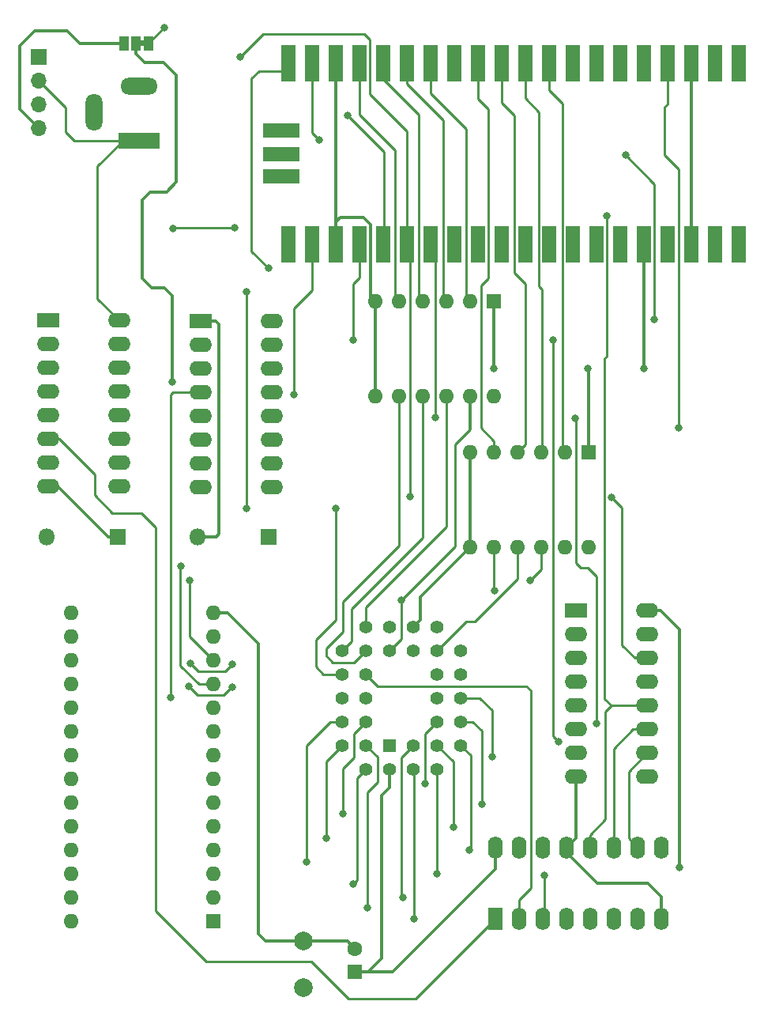
<source format=gbr>
%TF.GenerationSoftware,KiCad,Pcbnew,5.1.12-84ad8e8a86~92~ubuntu18.04.1*%
%TF.CreationDate,2023-06-26T22:09:47+02:00*%
%TF.ProjectId,PROGRAMMER-GLS27SF512,50524f47-5241-44d4-9d45-522d474c5332,1*%
%TF.SameCoordinates,Original*%
%TF.FileFunction,Copper,L2,Bot*%
%TF.FilePolarity,Positive*%
%FSLAX46Y46*%
G04 Gerber Fmt 4.6, Leading zero omitted, Abs format (unit mm)*
G04 Created by KiCad (PCBNEW 5.1.12-84ad8e8a86~92~ubuntu18.04.1) date 2023-06-26 22:09:47*
%MOMM*%
%LPD*%
G01*
G04 APERTURE LIST*
%TA.AperFunction,EtchedComponent*%
%ADD10C,0.100000*%
%TD*%
%TA.AperFunction,SMDPad,CuDef*%
%ADD11R,1.000000X1.500000*%
%TD*%
%TA.AperFunction,ComponentPad*%
%ADD12O,1.600000X1.600000*%
%TD*%
%TA.AperFunction,ComponentPad*%
%ADD13R,1.600000X1.600000*%
%TD*%
%TA.AperFunction,ComponentPad*%
%ADD14C,2.000000*%
%TD*%
%TA.AperFunction,ComponentPad*%
%ADD15C,1.600000*%
%TD*%
%TA.AperFunction,ComponentPad*%
%ADD16C,1.422400*%
%TD*%
%TA.AperFunction,ComponentPad*%
%ADD17R,1.422400X1.422400*%
%TD*%
%TA.AperFunction,ComponentPad*%
%ADD18R,1.800000X1.800000*%
%TD*%
%TA.AperFunction,ComponentPad*%
%ADD19O,1.800000X1.800000*%
%TD*%
%TA.AperFunction,ComponentPad*%
%ADD20O,1.800000X4.000000*%
%TD*%
%TA.AperFunction,ComponentPad*%
%ADD21O,4.000000X1.800000*%
%TD*%
%TA.AperFunction,ComponentPad*%
%ADD22R,4.400000X1.800000*%
%TD*%
%TA.AperFunction,ComponentPad*%
%ADD23R,1.700000X1.700000*%
%TD*%
%TA.AperFunction,ComponentPad*%
%ADD24O,1.700000X1.700000*%
%TD*%
%TA.AperFunction,ComponentPad*%
%ADD25R,2.400000X1.600000*%
%TD*%
%TA.AperFunction,ComponentPad*%
%ADD26O,2.400000X1.600000*%
%TD*%
%TA.AperFunction,ComponentPad*%
%ADD27R,1.524000X3.990000*%
%TD*%
%TA.AperFunction,ComponentPad*%
%ADD28R,3.990000X1.524000*%
%TD*%
%TA.AperFunction,ComponentPad*%
%ADD29O,1.600000X2.400000*%
%TD*%
%TA.AperFunction,ComponentPad*%
%ADD30R,1.600000X2.400000*%
%TD*%
%TA.AperFunction,ViaPad*%
%ADD31C,0.800000*%
%TD*%
%TA.AperFunction,Conductor*%
%ADD32C,0.350000*%
%TD*%
%TA.AperFunction,Conductor*%
%ADD33C,0.250000*%
%TD*%
G04 APERTURE END LIST*
D10*
%TO.C,JP101*%
G36*
X77959000Y-57739000D02*
G01*
X77459000Y-57739000D01*
X77459000Y-58339000D01*
X77959000Y-58339000D01*
X77959000Y-57739000D01*
G37*
%TD*%
D11*
%TO.P,JP101,2*%
%TO.N,+5V*%
X77059000Y-58039000D03*
%TO.P,JP101,3*%
%TO.N,+5F*%
X75759000Y-58039000D03*
%TO.P,JP101,1*%
%TO.N,/VUSB*%
X78359000Y-58039000D03*
%TD*%
D12*
%TO.P,U108,10*%
%TO.N,/dd2*%
X120472200Y-111963200D03*
%TO.P,U108,9*%
%TO.N,/dd3*%
X117932200Y-111963200D03*
%TO.P,U108,8*%
%TO.N,/dd4*%
X115392200Y-111963200D03*
%TO.P,U108,7*%
%TO.N,GND*%
X112852200Y-111963200D03*
%TO.P,U108,6*%
X112852200Y-101803200D03*
%TO.P,U108,5*%
%TO.N,/d4*%
X115392200Y-101803200D03*
%TO.P,U108,4*%
%TO.N,/d3*%
X117932200Y-101803200D03*
%TO.P,U108,3*%
%TO.N,/d2*%
X120472200Y-101803200D03*
%TO.P,U108,12*%
%TO.N,+5V*%
X125552200Y-111963200D03*
%TO.P,U108,2*%
%TO.N,/d1*%
X123012200Y-101803200D03*
%TO.P,U108,11*%
%TO.N,/dd1*%
X123012200Y-111963200D03*
D13*
%TO.P,U108,1*%
%TO.N,+3V3*%
X125552200Y-101803200D03*
%TD*%
D12*
%TO.P,U104,10*%
%TO.N,/dd6*%
X110312200Y-95808800D03*
%TO.P,U104,9*%
%TO.N,/dd7*%
X107772200Y-95808800D03*
%TO.P,U104,8*%
%TO.N,/dd8*%
X105232200Y-95808800D03*
%TO.P,U104,7*%
%TO.N,GND*%
X102692200Y-95808800D03*
%TO.P,U104,6*%
X102692200Y-85648800D03*
%TO.P,U104,5*%
%TO.N,/d8*%
X105232200Y-85648800D03*
%TO.P,U104,4*%
%TO.N,/d7*%
X107772200Y-85648800D03*
%TO.P,U104,3*%
%TO.N,/d6*%
X110312200Y-85648800D03*
%TO.P,U104,12*%
%TO.N,+5V*%
X115392200Y-95808800D03*
%TO.P,U104,2*%
%TO.N,/d5*%
X112852200Y-85648800D03*
%TO.P,U104,11*%
%TO.N,/dd5*%
X112852200Y-95808800D03*
D13*
%TO.P,U104,1*%
%TO.N,+3V3*%
X115392200Y-85648800D03*
%TD*%
D14*
%TO.P,C102,2*%
%TO.N,+5V*%
X94970600Y-159152600D03*
%TO.P,C102,1*%
%TO.N,GND*%
X94970600Y-154152600D03*
%TD*%
D15*
%TO.P,C101,2*%
%TO.N,GND*%
X100507800Y-154980000D03*
D13*
%TO.P,C101,1*%
%TO.N,+5V*%
X100507800Y-157480000D03*
%TD*%
D16*
%TO.P,U105,29*%
%TO.N,/a8*%
X99161600Y-133197600D03*
%TO.P,U105,27*%
%TO.N,/a11*%
X99161600Y-130657600D03*
%TO.P,U105,25*%
%TO.N,/_oe_vpp*%
X99161600Y-128117600D03*
%TO.P,U105,23*%
%TO.N,_ce_rom*%
X99161600Y-125577600D03*
%TO.P,U105,28*%
%TO.N,/a9_vpp*%
X101701600Y-130657600D03*
%TO.P,U105,26*%
%TO.N,Net-(U105-Pad26)*%
X101701600Y-128117600D03*
%TO.P,U105,24*%
%TO.N,/a10*%
X101701600Y-125577600D03*
%TO.P,U105,22*%
%TO.N,/dd8*%
X101701600Y-123037600D03*
%TO.P,U105,20*%
%TO.N,/dd6*%
X101701600Y-120497600D03*
%TO.P,U105,18*%
%TO.N,/dd4*%
X104241600Y-120497600D03*
%TO.P,U105,16*%
%TO.N,GND*%
X106781600Y-120497600D03*
%TO.P,U105,14*%
%TO.N,/dd2*%
X109321600Y-120497600D03*
%TO.P,U105,21*%
%TO.N,/dd7*%
X99161600Y-123037600D03*
%TO.P,U105,19*%
%TO.N,/dd5*%
X104241600Y-123037600D03*
%TO.P,U105,17*%
%TO.N,Net-(U105-Pad17)*%
X106781600Y-123037600D03*
%TO.P,U105,15*%
%TO.N,/dd3*%
X109321600Y-123037600D03*
%TO.P,U105,13*%
%TO.N,/dd1*%
X111861600Y-123037600D03*
%TO.P,U105,11*%
%TO.N,/a0*%
X111861600Y-125577600D03*
%TO.P,U105,9*%
%TO.N,/a2*%
X111861600Y-128117600D03*
%TO.P,U105,7*%
%TO.N,/a4*%
X111861600Y-130657600D03*
%TO.P,U105,5*%
%TO.N,/a6*%
X111861600Y-133197600D03*
%TO.P,U105,12*%
%TO.N,Net-(U105-Pad12)*%
X109321600Y-125577600D03*
%TO.P,U105,10*%
%TO.N,/a1*%
X109321600Y-128117600D03*
%TO.P,U105,8*%
%TO.N,/a3*%
X109321600Y-130657600D03*
%TO.P,U105,6*%
%TO.N,/a5*%
X109321600Y-133197600D03*
%TO.P,U105,30*%
%TO.N,/a13*%
X101701600Y-135737600D03*
%TO.P,U105,32*%
%TO.N,+5V*%
X104241600Y-135737600D03*
%TO.P,U105,4*%
%TO.N,/a7*%
X109321600Y-135737600D03*
%TO.P,U105,2*%
%TO.N,/a15*%
X106781600Y-135737600D03*
%TO.P,U105,31*%
%TO.N,/a14*%
X101701600Y-133197600D03*
%TO.P,U105,3*%
%TO.N,/a12*%
X106781600Y-133197600D03*
D17*
%TO.P,U105,1*%
%TO.N,Net-(U105-Pad1)*%
X104241600Y-133197600D03*
%TD*%
D18*
%TO.P,D105,1*%
%TO.N,+12V*%
X75082400Y-110845600D03*
D19*
%TO.P,D105,2*%
%TO.N,Net-(D105-Pad2)*%
X67462400Y-110845600D03*
%TD*%
%TO.P,D106,2*%
%TO.N,Net-(D106-Pad2)*%
X83642200Y-110871000D03*
D18*
%TO.P,D106,1*%
%TO.N,+12V*%
X91262200Y-110871000D03*
%TD*%
D20*
%TO.P,J101,3*%
%TO.N,N/C*%
X72568400Y-65427600D03*
D21*
%TO.P,J101,2*%
%TO.N,GND*%
X77368400Y-62627600D03*
D22*
%TO.P,J101,1*%
%TO.N,+12V*%
X77368400Y-68427600D03*
%TD*%
D23*
%TO.P,J102,1*%
%TO.N,Net-(J102-Pad1)*%
X66624200Y-59461400D03*
D24*
%TO.P,J102,2*%
%TO.N,+12V*%
X66624200Y-62001400D03*
%TO.P,J102,3*%
%TO.N,GND*%
X66624200Y-64541400D03*
%TO.P,J102,4*%
%TO.N,+5F*%
X66624200Y-67081400D03*
%TD*%
D25*
%TO.P,K101,1*%
%TO.N,Net-(D105-Pad2)*%
X67614800Y-87706200D03*
D26*
%TO.P,K101,9*%
%TO.N,Net-(K101-Pad9)*%
X75234800Y-105486200D03*
%TO.P,K101,2*%
%TO.N,N/C*%
X67614800Y-90246200D03*
%TO.P,K101,10*%
X75234800Y-102946200D03*
%TO.P,K101,3*%
X67614800Y-92786200D03*
%TO.P,K101,11*%
%TO.N,Net-(K101-Pad11)*%
X75234800Y-100406200D03*
%TO.P,K101,4*%
%TO.N,/a9_vpp*%
X67614800Y-95326200D03*
%TO.P,K101,12*%
%TO.N,N/C*%
X75234800Y-97866200D03*
%TO.P,K101,5*%
X67614800Y-97866200D03*
%TO.P,K101,13*%
%TO.N,Net-(K101-Pad13)*%
X75234800Y-95326200D03*
%TO.P,K101,6*%
%TO.N,/a9*%
X67614800Y-100406200D03*
%TO.P,K101,14*%
%TO.N,N/C*%
X75234800Y-92786200D03*
%TO.P,K101,7*%
X67614800Y-102946200D03*
%TO.P,K101,15*%
X75234800Y-90246200D03*
%TO.P,K101,8*%
%TO.N,+12V*%
X67614800Y-105486200D03*
%TO.P,K101,16*%
X75234800Y-87706200D03*
%TD*%
%TO.P,K102,16*%
%TO.N,+12V*%
X91592400Y-87757000D03*
%TO.P,K102,8*%
X83972400Y-105537000D03*
%TO.P,K102,15*%
%TO.N,N/C*%
X91592400Y-90297000D03*
%TO.P,K102,7*%
X83972400Y-102997000D03*
%TO.P,K102,14*%
X91592400Y-92837000D03*
%TO.P,K102,6*%
%TO.N,_oe_rom*%
X83972400Y-100457000D03*
%TO.P,K102,13*%
%TO.N,Net-(K102-Pad13)*%
X91592400Y-95377000D03*
%TO.P,K102,5*%
%TO.N,N/C*%
X83972400Y-97917000D03*
%TO.P,K102,12*%
X91592400Y-97917000D03*
%TO.P,K102,4*%
%TO.N,/_oe_vpp*%
X83972400Y-95377000D03*
%TO.P,K102,11*%
%TO.N,Net-(K102-Pad11)*%
X91592400Y-100457000D03*
%TO.P,K102,3*%
%TO.N,N/C*%
X83972400Y-92837000D03*
%TO.P,K102,10*%
X91592400Y-102997000D03*
%TO.P,K102,2*%
X83972400Y-90297000D03*
%TO.P,K102,9*%
%TO.N,Net-(K102-Pad9)*%
X91592400Y-105537000D03*
D25*
%TO.P,K102,1*%
%TO.N,Net-(D106-Pad2)*%
X83972400Y-87757000D03*
%TD*%
D27*
%TO.P,U101,1*%
%TO.N,Net-(U101-Pad1)*%
X141630400Y-60195400D03*
%TO.P,U101,2*%
%TO.N,Net-(U101-Pad2)*%
X139090400Y-60195400D03*
%TO.P,U101,3*%
%TO.N,GND*%
X136550400Y-60195400D03*
%TO.P,U101,4*%
%TO.N,Net-(R103-Pad1)*%
X134010400Y-60195400D03*
%TO.P,U101,5*%
%TO.N,Net-(U101-Pad5)*%
X131470400Y-60195400D03*
%TO.P,U101,6*%
%TO.N,Net-(U101-Pad6)*%
X128930400Y-60195400D03*
%TO.P,U101,7*%
%TO.N,Net-(U101-Pad7)*%
X126390400Y-60195400D03*
%TO.P,U101,8*%
%TO.N,GND*%
X123850400Y-60195400D03*
%TO.P,U101,9*%
%TO.N,/d1*%
X121310400Y-60195400D03*
%TO.P,U101,10*%
%TO.N,/d2*%
X118770400Y-60195400D03*
%TO.P,U101,11*%
%TO.N,/d3*%
X116230400Y-60195400D03*
%TO.P,U101,12*%
%TO.N,/d4*%
X113690400Y-60195400D03*
%TO.P,U101,13*%
%TO.N,GND*%
X111150400Y-60195400D03*
%TO.P,U101,14*%
%TO.N,/d5*%
X108610400Y-60195400D03*
%TO.P,U101,15*%
%TO.N,/d6*%
X106070400Y-60195400D03*
%TO.P,U101,16*%
%TO.N,/d7*%
X103530400Y-60195400D03*
%TO.P,U101,17*%
%TO.N,/d8*%
X100990400Y-60195400D03*
%TO.P,U101,18*%
%TO.N,GND*%
X98450400Y-60195400D03*
%TO.P,U101,19*%
%TO.N,/prog_a9*%
X95910400Y-60195400D03*
%TO.P,U101,20*%
%TO.N,/prog_oe*%
X93370400Y-60195400D03*
%TO.P,U101,21*%
%TO.N,Net-(R113-Pad2)*%
X93370400Y-79555400D03*
%TO.P,U101,22*%
%TO.N,Net-(R114-Pad2)*%
X95910400Y-79555400D03*
%TO.P,U101,23*%
%TO.N,GND*%
X98450400Y-79555400D03*
%TO.P,U101,24*%
%TO.N,Net-(R110-Pad2)*%
X100990400Y-79555400D03*
%TO.P,U101,25*%
%TO.N,Net-(R111-Pad1)*%
X103530400Y-79555400D03*
%TO.P,U101,26*%
%TO.N,Net-(R106-Pad1)*%
X106070400Y-79555400D03*
%TO.P,U101,27*%
%TO.N,Net-(R108-Pad1)*%
X108610400Y-79555400D03*
%TO.P,U101,28*%
%TO.N,GND*%
X111150400Y-79555400D03*
%TO.P,U101,29*%
%TO.N,Net-(U101-Pad29)*%
X113690400Y-79555400D03*
%TO.P,U101,30*%
%TO.N,Net-(SW101-Pad1)*%
X116230400Y-79555400D03*
%TO.P,U101,31*%
%TO.N,Net-(U101-Pad31)*%
X118770400Y-79555400D03*
%TO.P,U101,32*%
%TO.N,Net-(U101-Pad32)*%
X121310400Y-79555400D03*
%TO.P,U101,33*%
%TO.N,Net-(U101-Pad33)*%
X123850400Y-79555400D03*
%TO.P,U101,34*%
%TO.N,Net-(U101-Pad34)*%
X126390400Y-79555400D03*
%TO.P,U101,35*%
%TO.N,Net-(U101-Pad35)*%
X128930400Y-79555400D03*
%TO.P,U101,36*%
%TO.N,+3V3*%
X131470400Y-79555400D03*
%TO.P,U101,37*%
%TO.N,Net-(U101-Pad37)*%
X134010400Y-79555400D03*
%TO.P,U101,38*%
%TO.N,GND*%
X136550400Y-79555400D03*
%TO.P,U101,39*%
%TO.N,Net-(D104-Pad1)*%
X139090400Y-79555400D03*
%TO.P,U101,40*%
%TO.N,/VUSB*%
X141630400Y-79555400D03*
D28*
%TO.P,U101,41*%
%TO.N,Net-(U101-Pad41)*%
X92580400Y-67335400D03*
%TO.P,U101,42*%
%TO.N,GND*%
X92580400Y-69875400D03*
%TO.P,U101,43*%
%TO.N,Net-(U101-Pad43)*%
X92580400Y-72288400D03*
%TD*%
D25*
%TO.P,U102,1*%
%TO.N,/a1*%
X124206000Y-118795800D03*
D26*
%TO.P,U102,9*%
%TO.N,Net-(U102-Pad9)*%
X131826000Y-136575800D03*
%TO.P,U102,2*%
%TO.N,/a2*%
X124206000Y-121335800D03*
%TO.P,U102,10*%
%TO.N,Net-(R110-Pad2)*%
X131826000Y-134035800D03*
%TO.P,U102,3*%
%TO.N,/a3*%
X124206000Y-123875800D03*
%TO.P,U102,11*%
%TO.N,Net-(R108-Pad1)*%
X131826000Y-131495800D03*
%TO.P,U102,4*%
%TO.N,/a4*%
X124206000Y-126415800D03*
%TO.P,U102,12*%
%TO.N,Net-(R111-Pad1)*%
X131826000Y-128955800D03*
%TO.P,U102,5*%
%TO.N,/a5*%
X124206000Y-128955800D03*
%TO.P,U102,13*%
%TO.N,GND*%
X131826000Y-126415800D03*
%TO.P,U102,6*%
%TO.N,/a6*%
X124206000Y-131495800D03*
%TO.P,U102,14*%
%TO.N,Net-(R106-Pad1)*%
X131826000Y-123875800D03*
%TO.P,U102,7*%
%TO.N,/a7*%
X124206000Y-134035800D03*
%TO.P,U102,15*%
%TO.N,/a0*%
X131826000Y-121335800D03*
%TO.P,U102,8*%
%TO.N,GND*%
X124206000Y-136575800D03*
%TO.P,U102,16*%
%TO.N,+5V*%
X131826000Y-118795800D03*
%TD*%
D29*
%TO.P,U103,16*%
%TO.N,+5V*%
X115570000Y-144119600D03*
%TO.P,U103,8*%
%TO.N,GND*%
X133350000Y-151739600D03*
%TO.P,U103,15*%
%TO.N,/a8*%
X118110000Y-144119600D03*
%TO.P,U103,7*%
%TO.N,/a15*%
X130810000Y-151739600D03*
%TO.P,U103,14*%
%TO.N,Net-(U102-Pad9)*%
X120650000Y-144119600D03*
%TO.P,U103,6*%
%TO.N,/a14*%
X128270000Y-151739600D03*
%TO.P,U103,13*%
%TO.N,GND*%
X123190000Y-144119600D03*
%TO.P,U103,5*%
%TO.N,/a13*%
X125730000Y-151739600D03*
%TO.P,U103,12*%
%TO.N,Net-(R111-Pad1)*%
X125730000Y-144119600D03*
%TO.P,U103,4*%
%TO.N,/a12*%
X123190000Y-151739600D03*
%TO.P,U103,11*%
%TO.N,Net-(R108-Pad1)*%
X128270000Y-144119600D03*
%TO.P,U103,3*%
%TO.N,/a11*%
X120650000Y-151739600D03*
%TO.P,U103,10*%
%TO.N,Net-(R110-Pad2)*%
X130810000Y-144119600D03*
%TO.P,U103,2*%
%TO.N,/a10*%
X118110000Y-151739600D03*
%TO.P,U103,9*%
%TO.N,Net-(U103-Pad9)*%
X133350000Y-144119600D03*
D30*
%TO.P,U103,1*%
%TO.N,/a9*%
X115570000Y-151739600D03*
%TD*%
D13*
%TO.P,U107,1*%
%TO.N,/a15*%
X85293200Y-152069800D03*
D12*
%TO.P,U107,15*%
%TO.N,/dd4*%
X70053200Y-119049800D03*
%TO.P,U107,2*%
%TO.N,/a12*%
X85293200Y-149529800D03*
%TO.P,U107,16*%
%TO.N,/dd5*%
X70053200Y-121589800D03*
%TO.P,U107,3*%
%TO.N,/a7*%
X85293200Y-146989800D03*
%TO.P,U107,17*%
%TO.N,/dd6*%
X70053200Y-124129800D03*
%TO.P,U107,4*%
%TO.N,/a6*%
X85293200Y-144449800D03*
%TO.P,U107,18*%
%TO.N,/dd7*%
X70053200Y-126669800D03*
%TO.P,U107,5*%
%TO.N,/a5*%
X85293200Y-141909800D03*
%TO.P,U107,19*%
%TO.N,/dd8*%
X70053200Y-129209800D03*
%TO.P,U107,6*%
%TO.N,/a4*%
X85293200Y-139369800D03*
%TO.P,U107,20*%
%TO.N,_ce_rom*%
X70053200Y-131749800D03*
%TO.P,U107,7*%
%TO.N,/a3*%
X85293200Y-136829800D03*
%TO.P,U107,21*%
%TO.N,/a10*%
X70053200Y-134289800D03*
%TO.P,U107,8*%
%TO.N,/a2*%
X85293200Y-134289800D03*
%TO.P,U107,22*%
%TO.N,/_oe_vpp*%
X70053200Y-136829800D03*
%TO.P,U107,9*%
%TO.N,/a1*%
X85293200Y-131749800D03*
%TO.P,U107,23*%
%TO.N,/a11*%
X70053200Y-139369800D03*
%TO.P,U107,10*%
%TO.N,/a0*%
X85293200Y-129209800D03*
%TO.P,U107,24*%
%TO.N,/a9_vpp*%
X70053200Y-141909800D03*
%TO.P,U107,11*%
%TO.N,/dd1*%
X85293200Y-126669800D03*
%TO.P,U107,25*%
%TO.N,/a8*%
X70053200Y-144449800D03*
%TO.P,U107,12*%
%TO.N,/dd2*%
X85293200Y-124129800D03*
%TO.P,U107,26*%
%TO.N,/a13*%
X70053200Y-146989800D03*
%TO.P,U107,13*%
%TO.N,/dd3*%
X85293200Y-121589800D03*
%TO.P,U107,27*%
%TO.N,/a14*%
X70053200Y-149529800D03*
%TO.P,U107,14*%
%TO.N,GND*%
X85293200Y-119049800D03*
%TO.P,U107,28*%
%TO.N,+5V*%
X70053200Y-152069800D03*
%TD*%
D31*
%TO.N,Net-(D104-Pad1)*%
X87655400Y-77800200D03*
X81051400Y-77825600D03*
%TO.N,+5V*%
X135280400Y-146253200D03*
X80931810Y-94251990D03*
%TO.N,/a9_vpp*%
X99237800Y-140487400D03*
%TO.N,/_oe_vpp*%
X80779401Y-128084799D03*
%TO.N,/prog_oe*%
X91262200Y-82118200D03*
%TO.N,/prog_a9*%
X96672400Y-68402200D03*
X129489200Y-69977000D03*
X132613400Y-87579200D03*
%TO.N,Net-(R103-Pad1)*%
X135204200Y-99161600D03*
%TO.N,Net-(R106-Pad1)*%
X128041400Y-106654600D03*
X106408001Y-106585801D03*
X88188800Y-59512200D03*
%TO.N,Net-(R108-Pad1)*%
X109093000Y-98094800D03*
X126390400Y-130835400D03*
X124129800Y-98145600D03*
%TO.N,Net-(R110-Pad2)*%
X100330000Y-89789000D03*
X121716800Y-89814400D03*
X122351800Y-132816600D03*
%TO.N,+3V3*%
X125451800Y-92838200D03*
X115365600Y-92838200D03*
X131470400Y-92837000D03*
%TO.N,Net-(R111-Pad1)*%
X127457200Y-76479400D03*
X99745800Y-65735200D03*
%TO.N,/a2*%
X115189000Y-134416800D03*
%TO.N,/a3*%
X108000800Y-137312400D03*
%TO.N,/a4*%
X114096800Y-139471400D03*
%TO.N,/a5*%
X111048800Y-141960600D03*
%TO.N,/a6*%
X112750600Y-144449800D03*
%TO.N,/a7*%
X109270800Y-146939000D03*
%TO.N,/a8*%
X97459800Y-143129000D03*
%TO.N,/a15*%
X106832400Y-151815800D03*
%TO.N,/a14*%
X101854000Y-150596600D03*
%TO.N,/a13*%
X100304600Y-148082000D03*
%TO.N,/a12*%
X105638600Y-149504400D03*
%TO.N,/a11*%
X95300800Y-145719800D03*
X120802400Y-147142200D03*
%TO.N,/a10*%
X82727800Y-126873000D03*
X87350600Y-126974600D03*
%TO.N,/dd1*%
X81838800Y-114046000D03*
%TO.N,/dd2*%
X82753200Y-115519200D03*
X119278400Y-115544600D03*
%TO.N,/dd4*%
X115493800Y-116611400D03*
%TO.N,/dd5*%
X105460800Y-117652800D03*
%TO.N,/dd8*%
X87350600Y-124510800D03*
X82880200Y-124409200D03*
%TO.N,_ce_rom*%
X98475800Y-107823000D03*
%TO.N,Net-(Q103-Pad1)*%
X88874600Y-107873800D03*
X88925400Y-84658200D03*
%TO.N,Net-(R114-Pad2)*%
X94005400Y-95605600D03*
%TO.N,/VUSB*%
X80060800Y-56362600D03*
%TD*%
D32*
%TO.N,GND*%
X98450400Y-60985400D02*
X98450400Y-78765400D01*
X112852200Y-101803200D02*
X112852200Y-111963200D01*
X102692200Y-85648800D02*
X102692200Y-95808800D01*
X133350000Y-151739600D02*
X133350000Y-149402800D01*
X133350000Y-149402800D02*
X131876800Y-147929600D01*
X123190000Y-144119600D02*
X123190000Y-144653000D01*
X126466600Y-147929600D02*
X127152400Y-147929600D01*
X123190000Y-144653000D02*
X126466600Y-147929600D01*
X131876800Y-147929600D02*
X127152400Y-147929600D01*
X124206000Y-143103600D02*
X123190000Y-144119600D01*
X124206000Y-136575800D02*
X124206000Y-143103600D01*
X136550400Y-78765400D02*
X136550400Y-60985400D01*
X86893400Y-119049800D02*
X85293200Y-119049800D01*
X90170000Y-122326400D02*
X86893400Y-119049800D01*
X112852200Y-111963200D02*
X107518200Y-117297200D01*
X107518200Y-119761000D02*
X106781600Y-120497600D01*
X107518200Y-117297200D02*
X107518200Y-119761000D01*
X94970600Y-154152600D02*
X90932000Y-154152600D01*
X90932000Y-154152600D02*
X90170000Y-153390600D01*
X90170000Y-153390600D02*
X90170000Y-122326400D01*
X99680400Y-154152600D02*
X100507800Y-154980000D01*
X94970600Y-154152600D02*
X99680400Y-154152600D01*
X102209600Y-85166200D02*
X102692200Y-85648800D01*
X101434202Y-76657200D02*
X102209600Y-77432598D01*
X102209600Y-77432598D02*
X102209600Y-85166200D01*
X98450400Y-78765400D02*
X98450400Y-77139800D01*
X98933000Y-76657200D02*
X101434202Y-76657200D01*
X98450400Y-77139800D02*
X98933000Y-76657200D01*
D33*
%TO.N,Net-(D104-Pad1)*%
X87655400Y-77800200D02*
X81076800Y-77800200D01*
X81076800Y-77800200D02*
X81051400Y-77825600D01*
D32*
%TO.N,+5V*%
X115570000Y-144119600D02*
X115570000Y-144907000D01*
X131826000Y-118795800D02*
X133248400Y-118795800D01*
X133248400Y-118795800D02*
X135280400Y-120827800D01*
X135280400Y-120827800D02*
X135280400Y-146253200D01*
X80931810Y-94251990D02*
X80931810Y-86367410D01*
X115570000Y-144119600D02*
X115570000Y-145288000D01*
X115570000Y-144119600D02*
X115570000Y-146431000D01*
X115570000Y-146431000D02*
X104521000Y-157480000D01*
X103378000Y-156006800D02*
X101904800Y-157480000D01*
X103378000Y-138607800D02*
X103378000Y-156006800D01*
X104241600Y-137744200D02*
X103378000Y-138607800D01*
X104521000Y-157480000D02*
X101904800Y-157480000D01*
X104241600Y-135737600D02*
X104241600Y-137744200D01*
X101904800Y-157480000D02*
X100507800Y-157480000D01*
X77059000Y-59139000D02*
X77965600Y-60045600D01*
X77059000Y-58039000D02*
X77059000Y-59139000D01*
X77965600Y-60045600D02*
X79984600Y-60045600D01*
X79984600Y-60045600D02*
X81356200Y-61417200D01*
X81356200Y-61417200D02*
X81356200Y-72898000D01*
X81356200Y-72898000D02*
X80314800Y-73939400D01*
X80314800Y-73939400D02*
X78562200Y-73939400D01*
X78562200Y-73939400D02*
X77698600Y-74803000D01*
X77698600Y-82753200D02*
X77698600Y-83210400D01*
X77698600Y-74803000D02*
X77698600Y-82753200D01*
X77698600Y-83210400D02*
X78740000Y-84251800D01*
X78740000Y-84251800D02*
X80086200Y-84251800D01*
X80931810Y-85097410D02*
X80931810Y-86367410D01*
X80086200Y-84251800D02*
X80931810Y-85097410D01*
D33*
%TO.N,+12V*%
X77368400Y-68427600D02*
X70408800Y-68427600D01*
X70408800Y-68427600D02*
X69494400Y-67513200D01*
X69494400Y-64871600D02*
X66624200Y-62001400D01*
X69494400Y-67513200D02*
X69494400Y-64871600D01*
D32*
X67614800Y-105486200D02*
X68681600Y-105486200D01*
X68681600Y-105486200D02*
X74041000Y-110845600D01*
X74041000Y-110845600D02*
X75082400Y-110845600D01*
D33*
X72923400Y-85394800D02*
X75234800Y-87706200D01*
X72923400Y-71170800D02*
X72923400Y-85394800D01*
X77368400Y-68427600D02*
X75666600Y-68427600D01*
X75666600Y-68427600D02*
X72923400Y-71170800D01*
D32*
%TO.N,Net-(D106-Pad2)*%
X83642200Y-110871000D02*
X85648800Y-110871000D01*
X85953600Y-88112600D02*
X85598000Y-87757000D01*
X85598000Y-87757000D02*
X83972400Y-87757000D01*
X85953600Y-110566200D02*
X85953600Y-88112600D01*
X85648800Y-110871000D02*
X85953600Y-110566200D01*
D33*
%TO.N,/a9_vpp*%
X101701600Y-130657600D02*
X100431600Y-131927600D01*
X100431600Y-131927600D02*
X100431600Y-134493000D01*
X99237800Y-135686800D02*
X99237800Y-140487400D01*
X100431600Y-134493000D02*
X99237800Y-135686800D01*
%TO.N,/a9*%
X67614800Y-100406200D02*
X68808600Y-100406200D01*
X68808600Y-100406200D02*
X72593200Y-104190800D01*
X72593200Y-104190800D02*
X72593200Y-106400600D01*
X72593200Y-106400600D02*
X74523600Y-108331000D01*
X77597000Y-108331000D02*
X79171800Y-109905800D01*
X74523600Y-108331000D02*
X77597000Y-108331000D01*
X79171800Y-109905800D02*
X79171800Y-150952200D01*
X84531200Y-156311600D02*
X95808800Y-156311600D01*
X79171800Y-150952200D02*
X84531200Y-156311600D01*
X99796600Y-160299400D02*
X107010200Y-160299400D01*
X95808800Y-156311600D02*
X99796600Y-160299400D01*
X107010200Y-160299400D02*
X115570000Y-151739600D01*
%TO.N,/_oe_vpp*%
X80779401Y-128084799D02*
X80779401Y-95648999D01*
X81051400Y-95377000D02*
X83972400Y-95377000D01*
X80779401Y-95648999D02*
X81051400Y-95377000D01*
%TO.N,/prog_oe*%
X89433400Y-61798200D02*
X89433400Y-80289400D01*
X89433400Y-80289400D02*
X91262200Y-82118200D01*
X93370400Y-60985400D02*
X90246200Y-60985400D01*
X90246200Y-60985400D02*
X89433400Y-61798200D01*
%TO.N,/prog_a9*%
X95910400Y-60985400D02*
X95910400Y-67640200D01*
X95910400Y-67640200D02*
X96672400Y-68402200D01*
X129489200Y-69977000D02*
X132511800Y-72999600D01*
X132511800Y-72999600D02*
X132613400Y-73101200D01*
X132613400Y-73101200D02*
X132613400Y-87579200D01*
%TO.N,Net-(R103-Pad1)*%
X134010400Y-60985400D02*
X134010400Y-64541400D01*
X134010400Y-64541400D02*
X133705600Y-64846200D01*
X133705600Y-64846200D02*
X133705600Y-70027800D01*
X133705600Y-70027800D02*
X135204200Y-71526400D01*
X135204200Y-71526400D02*
X135204200Y-99161600D01*
X135204200Y-99161600D02*
X135204200Y-99161600D01*
%TO.N,Net-(R106-Pad1)*%
X106070400Y-78765400D02*
X106408001Y-79103001D01*
X106070400Y-78765400D02*
X106070400Y-67462400D01*
X106070400Y-67462400D02*
X102077401Y-63469401D01*
X106408001Y-79103001D02*
X106408001Y-106585801D01*
X131826000Y-123875800D02*
X130530600Y-123875800D01*
X130530600Y-123875800D02*
X129108200Y-122453400D01*
X129108200Y-107721400D02*
X128041400Y-106654600D01*
X129108200Y-122453400D02*
X129108200Y-107721400D01*
X101523800Y-57048400D02*
X102077401Y-57602001D01*
X102077401Y-63469401D02*
X102077401Y-57602001D01*
X88188800Y-59512200D02*
X90652600Y-57048400D01*
X90652600Y-57048400D02*
X90805000Y-57048400D01*
X90805000Y-57048400D02*
X101523800Y-57048400D01*
%TO.N,Net-(R108-Pad1)*%
X108610400Y-78765400D02*
X109093000Y-79248000D01*
X109093000Y-79248000D02*
X109093000Y-98094800D01*
X131826000Y-131495800D02*
X130327400Y-131495800D01*
X128270000Y-133553200D02*
X128270000Y-144119600D01*
X130327400Y-131495800D02*
X128270000Y-133553200D01*
X126390400Y-115087400D02*
X126390400Y-130835400D01*
X125501400Y-114198400D02*
X126390400Y-115087400D01*
X124188001Y-113697801D02*
X124688600Y-114198400D01*
X124688600Y-114198400D02*
X125501400Y-114198400D01*
X124188001Y-98203801D02*
X124188001Y-113697801D01*
X124129800Y-98145600D02*
X124188001Y-98203801D01*
%TO.N,Net-(R110-Pad2)*%
X100330000Y-89789000D02*
X100330000Y-83794600D01*
X100990400Y-83134200D02*
X100990400Y-78765400D01*
X100330000Y-83794600D02*
X100990400Y-83134200D01*
X131826000Y-134035800D02*
X129844800Y-136017000D01*
X129844800Y-143154400D02*
X130810000Y-144119600D01*
X129844800Y-136017000D02*
X129844800Y-143154400D01*
X121716800Y-132181600D02*
X121716800Y-131826000D01*
X122351800Y-132816600D02*
X121716800Y-132181600D01*
X121716800Y-131826000D02*
X121716800Y-89814400D01*
D32*
%TO.N,+3V3*%
X125552200Y-92938600D02*
X125451800Y-92838200D01*
X125552200Y-101803200D02*
X125552200Y-92938600D01*
D33*
X115392200Y-92811600D02*
X115365600Y-92838200D01*
D32*
X115392200Y-85648800D02*
X115392200Y-92811600D01*
X131470400Y-78765400D02*
X131470400Y-92837000D01*
D33*
%TO.N,Net-(R111-Pad1)*%
X131826000Y-128955800D02*
X129692400Y-128955800D01*
X129692400Y-128955800D02*
X127990600Y-128955800D01*
X127990600Y-128955800D02*
X127254000Y-128219200D01*
X127254000Y-128219200D02*
X127254000Y-91770200D01*
X127477401Y-76499601D02*
X127457200Y-76479400D01*
X127254000Y-91770200D02*
X127477401Y-91546799D01*
X127477401Y-91546799D02*
X127477401Y-76499601D01*
X99745800Y-65735200D02*
X103657400Y-69646800D01*
X103657400Y-78638400D02*
X103530400Y-78765400D01*
X103657400Y-69646800D02*
X103657400Y-78638400D01*
X125730000Y-144119600D02*
X125730000Y-142773400D01*
X125730000Y-142773400D02*
X127355600Y-141147800D01*
X127355600Y-129590800D02*
X127990600Y-128955800D01*
X127355600Y-141147800D02*
X127355600Y-129590800D01*
%TO.N,/d1*%
X122763399Y-101554399D02*
X123012200Y-101803200D01*
X122763399Y-64521199D02*
X122763399Y-101554399D01*
X121310400Y-60985400D02*
X121310400Y-63068200D01*
X121310400Y-63068200D02*
X122763399Y-64521199D01*
%TO.N,/d2*%
X118770400Y-60985400D02*
X118770400Y-63931800D01*
X120223399Y-65384799D02*
X120223399Y-84079199D01*
X118770400Y-63931800D02*
X120223399Y-65384799D01*
X120223399Y-84079199D02*
X120523000Y-84378800D01*
X120523000Y-101752400D02*
X120472200Y-101803200D01*
X120523000Y-84378800D02*
X120523000Y-101752400D01*
%TO.N,/d3*%
X118770400Y-100965000D02*
X117932200Y-101803200D01*
X117551200Y-65760600D02*
X117551200Y-82600800D01*
X117551200Y-82600800D02*
X118770400Y-83820000D01*
X116230400Y-60985400D02*
X116230400Y-64439800D01*
X118770400Y-83820000D02*
X118770400Y-100965000D01*
X116230400Y-64439800D02*
X117551200Y-65760600D01*
%TO.N,/d4*%
X115392200Y-100609400D02*
X115392200Y-101803200D01*
X113690400Y-63957200D02*
X114777401Y-65044201D01*
X113995200Y-83997800D02*
X113995200Y-99212400D01*
X114777401Y-65044201D02*
X114777401Y-83215599D01*
X113690400Y-60985400D02*
X113690400Y-63957200D01*
X114777401Y-83215599D02*
X113995200Y-83997800D01*
X113995200Y-99212400D02*
X115392200Y-100609400D01*
%TO.N,/d5*%
X112445800Y-85242400D02*
X112852200Y-85648800D01*
X112445800Y-67233800D02*
X112445800Y-85242400D01*
X108610400Y-60985400D02*
X108610400Y-63398400D01*
X108610400Y-63398400D02*
X112445800Y-67233800D01*
%TO.N,/d6*%
X109931200Y-85267800D02*
X110312200Y-85648800D01*
X106070400Y-60985400D02*
X106070400Y-62382400D01*
X109931200Y-66243200D02*
X109931200Y-85267800D01*
X106070400Y-62382400D02*
X109931200Y-66243200D01*
%TO.N,/d7*%
X107365800Y-85242400D02*
X107772200Y-85648800D01*
X107365800Y-65684400D02*
X107365800Y-85242400D01*
X103530400Y-60985400D02*
X103530400Y-61849000D01*
X103530400Y-61849000D02*
X107365800Y-65684400D01*
%TO.N,/d8*%
X104825800Y-69519800D02*
X104825800Y-85242400D01*
X104825800Y-85242400D02*
X105232200Y-85648800D01*
X100990400Y-60985400D02*
X100990400Y-65684400D01*
X100990400Y-65684400D02*
X104825800Y-69519800D01*
%TO.N,/a2*%
X115189000Y-134416800D02*
X115189000Y-129438400D01*
X113868200Y-128117600D02*
X111861600Y-128117600D01*
X115189000Y-129438400D02*
X113868200Y-128117600D01*
%TO.N,/a3*%
X109321600Y-130657600D02*
X108026200Y-131953000D01*
X108026200Y-137287000D02*
X108000800Y-137312400D01*
X108026200Y-131953000D02*
X108026200Y-137287000D01*
%TO.N,/a4*%
X114096800Y-139471400D02*
X114096800Y-131622800D01*
X113131600Y-130657600D02*
X111861600Y-130657600D01*
X114096800Y-131622800D02*
X113131600Y-130657600D01*
%TO.N,/a5*%
X111048800Y-141960600D02*
X111048800Y-136880600D01*
X111048800Y-134924800D02*
X111048800Y-136880600D01*
X109321600Y-133197600D02*
X111048800Y-134924800D01*
%TO.N,/a6*%
X112928400Y-144272000D02*
X112750600Y-144449800D01*
X111861600Y-133197600D02*
X112928400Y-134264400D01*
X112928400Y-134264400D02*
X112928400Y-144272000D01*
%TO.N,/a7*%
X109270800Y-135788400D02*
X109321600Y-135737600D01*
X109270800Y-146939000D02*
X109270800Y-135788400D01*
%TO.N,/a8*%
X97459800Y-134899400D02*
X99161600Y-133197600D01*
X97459800Y-143129000D02*
X97459800Y-134899400D01*
%TO.N,/a15*%
X106832400Y-135788400D02*
X106781600Y-135737600D01*
X106832400Y-151815800D02*
X106832400Y-135788400D01*
%TO.N,/a14*%
X102946200Y-137109200D02*
X101854000Y-138201400D01*
X101854000Y-139495390D02*
X101854000Y-150596600D01*
X101701600Y-133197600D02*
X102946200Y-134442200D01*
X101854000Y-138201400D02*
X101854000Y-139495390D01*
X102946200Y-134442200D02*
X102946200Y-137109200D01*
%TO.N,/a13*%
X100304600Y-148082000D02*
X100736400Y-147650200D01*
X100736400Y-136702800D02*
X101701600Y-135737600D01*
X100736400Y-147650200D02*
X100736400Y-136702800D01*
%TO.N,/a12*%
X106781600Y-133197600D02*
X105511600Y-134467600D01*
X105511600Y-149377400D02*
X105638600Y-149504400D01*
X105511600Y-134467600D02*
X105511600Y-149377400D01*
%TO.N,/a11*%
X97891600Y-130657600D02*
X99161600Y-130657600D01*
X95300800Y-133248400D02*
X97891600Y-130657600D01*
X95300800Y-145719800D02*
X95300800Y-133248400D01*
X120802400Y-151587200D02*
X120650000Y-151739600D01*
X120802400Y-147142200D02*
X120802400Y-151587200D01*
%TO.N,/a10*%
X83649601Y-127794801D02*
X86443601Y-127794801D01*
X82727800Y-126873000D02*
X83649601Y-127794801D01*
X86443601Y-127794801D02*
X87263802Y-126974600D01*
X87263802Y-126974600D02*
X87350600Y-126974600D01*
X118110000Y-149733000D02*
X118110000Y-151739600D01*
X119380000Y-148463000D02*
X118110000Y-149733000D01*
X119380000Y-127330200D02*
X119380000Y-148463000D01*
X101701600Y-125577600D02*
X102971600Y-126847600D01*
X118897400Y-126847600D02*
X119380000Y-127330200D01*
X102971600Y-126847600D02*
X118897400Y-126847600D01*
%TO.N,/dd1*%
X85293200Y-126669800D02*
X83870800Y-126669800D01*
X83870800Y-126669800D02*
X83794600Y-126669800D01*
X83794600Y-126669800D02*
X81813400Y-124688600D01*
X81813400Y-124688600D02*
X81813400Y-114071400D01*
X81813400Y-114071400D02*
X81838800Y-114046000D01*
%TO.N,/dd2*%
X85293200Y-124129800D02*
X82753200Y-121589800D01*
X82753200Y-121589800D02*
X82753200Y-115519200D01*
X120370600Y-112064800D02*
X120472200Y-111963200D01*
X120472200Y-111963200D02*
X120472200Y-114350800D01*
X120472200Y-114350800D02*
X119278400Y-115544600D01*
%TO.N,/dd3*%
X117932200Y-111963200D02*
X117932200Y-115366800D01*
X117932200Y-115366800D02*
X113322100Y-119976900D01*
X113322100Y-119976900D02*
X112382300Y-119976900D01*
X109321600Y-123037600D02*
X112382300Y-119976900D01*
%TO.N,/dd4*%
X115392200Y-116509800D02*
X115493800Y-116611400D01*
X115392200Y-111963200D02*
X115392200Y-116509800D01*
%TO.N,/dd5*%
X112801400Y-99441000D02*
X112801400Y-95859600D01*
X112801400Y-95859600D02*
X112852200Y-95808800D01*
X112852200Y-95808800D02*
X112852200Y-99364800D01*
X112852200Y-99364800D02*
X111252000Y-100965000D01*
X111252000Y-100965000D02*
X111252000Y-111887000D01*
X111252000Y-111887000D02*
X105460800Y-117678200D01*
X105460800Y-121818400D02*
X104241600Y-123037600D01*
X105460800Y-117678200D02*
X105460800Y-121818400D01*
%TO.N,/dd6*%
X110312200Y-104521000D02*
X110312200Y-95808800D01*
X110312200Y-109804200D02*
X110312200Y-104521000D01*
X101701600Y-120497600D02*
X101701600Y-118414800D01*
X101701600Y-118414800D02*
X110312200Y-109804200D01*
%TO.N,/dd7*%
X107772200Y-95808800D02*
X107772200Y-110947200D01*
X107772200Y-110947200D02*
X100126800Y-118592600D01*
X100126800Y-122072400D02*
X99161600Y-123037600D01*
X100126800Y-118592600D02*
X100126800Y-122072400D01*
%TO.N,/dd8*%
X83725801Y-125254801D02*
X82880200Y-124409200D01*
X87350600Y-124510800D02*
X86606599Y-125254801D01*
X86606599Y-125254801D02*
X83725801Y-125254801D01*
X100431600Y-124307600D02*
X101701600Y-123037600D01*
X105232200Y-111785400D02*
X99187000Y-117830600D01*
X99187000Y-117830600D02*
X99187000Y-121005600D01*
X105232200Y-95808800D02*
X105232200Y-111785400D01*
X99187000Y-121005600D02*
X97409000Y-122783600D01*
X98120200Y-124307600D02*
X100431600Y-124307600D01*
X97409000Y-122783600D02*
X97409000Y-123596400D01*
X97409000Y-123596400D02*
X98120200Y-124307600D01*
%TO.N,_ce_rom*%
X99161600Y-125577600D02*
X97104200Y-125577600D01*
X97104200Y-125577600D02*
X96316800Y-124790200D01*
X96316800Y-124790200D02*
X96316800Y-121920000D01*
X96316800Y-121920000D02*
X98475800Y-119761000D01*
X98475800Y-119761000D02*
X98475800Y-107823000D01*
%TO.N,Net-(Q103-Pad1)*%
X88874600Y-84709000D02*
X88925400Y-84658200D01*
X88874600Y-107873800D02*
X88874600Y-84709000D01*
%TO.N,Net-(R114-Pad2)*%
X95910400Y-78765400D02*
X95910400Y-81762600D01*
X94005400Y-95605600D02*
X94005400Y-86410800D01*
X95910400Y-84505800D02*
X95910400Y-78765400D01*
X94005400Y-86410800D02*
X95910400Y-84505800D01*
D32*
%TO.N,+5F*%
X75759000Y-58039000D02*
X71043800Y-58039000D01*
X64592200Y-58267600D02*
X64592200Y-65049400D01*
X64592200Y-65049400D02*
X66624200Y-67081400D01*
X66167000Y-56692800D02*
X64592200Y-58267600D01*
X69697600Y-56692800D02*
X66167000Y-56692800D01*
X71043800Y-58039000D02*
X69697600Y-56692800D01*
D33*
%TO.N,/VUSB*%
X80035400Y-56362600D02*
X78359000Y-58039000D01*
X80060800Y-56362600D02*
X80035400Y-56362600D01*
%TD*%
M02*

</source>
